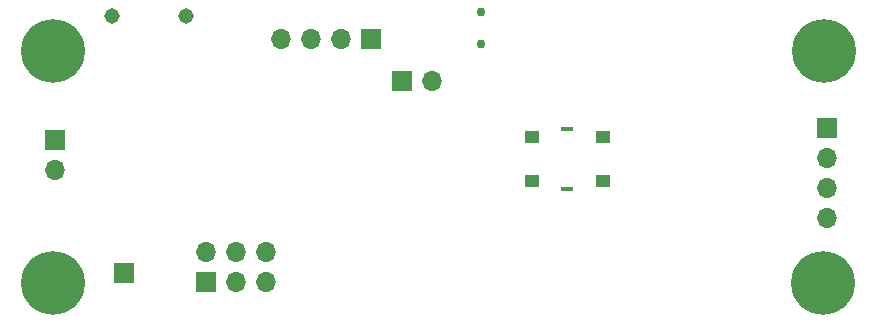
<source format=gbr>
%TF.GenerationSoftware,KiCad,Pcbnew,(5.1.9-0-10_14)*%
%TF.CreationDate,2022-07-10T13:30:40-04:00*%
%TF.ProjectId,raygun,72617967-756e-42e6-9b69-6361645f7063,rev?*%
%TF.SameCoordinates,Original*%
%TF.FileFunction,Soldermask,Bot*%
%TF.FilePolarity,Negative*%
%FSLAX46Y46*%
G04 Gerber Fmt 4.6, Leading zero omitted, Abs format (unit mm)*
G04 Created by KiCad (PCBNEW (5.1.9-0-10_14)) date 2022-07-10 13:30:40*
%MOMM*%
%LPD*%
G01*
G04 APERTURE LIST*
%ADD10C,0.750000*%
%ADD11R,1.700000X1.700000*%
%ADD12O,1.700000X1.700000*%
%ADD13C,1.308000*%
%ADD14R,1.000000X0.450000*%
%ADD15R,1.200000X1.100000*%
%ADD16R,1.200000X1.000000*%
%ADD17C,5.400000*%
G04 APERTURE END LIST*
D10*
%TO.C,SW1*%
X122100000Y-68725000D03*
X122100000Y-71475000D03*
%TD*%
D11*
%TO.C,ISP1*%
X98800000Y-91640000D03*
D12*
X98800000Y-89100000D03*
X101340000Y-91640000D03*
X101340000Y-89100000D03*
X103880000Y-91640000D03*
X103880000Y-89100000D03*
%TD*%
D13*
%TO.C,SW3*%
X90875000Y-69100000D03*
X97125000Y-69100000D03*
%TD*%
D14*
%TO.C,SW2*%
X129400000Y-78675000D03*
X129400000Y-83725000D03*
D15*
X132400000Y-79350000D03*
X132400000Y-83050000D03*
X126400000Y-83050000D03*
D16*
X126400000Y-79350000D03*
%TD*%
D12*
%TO.C,SWTCH1*%
X117940000Y-74600000D03*
D11*
X115400000Y-74600000D03*
%TD*%
D17*
%TO.C,REF\u002A\u002A*%
X151130000Y-72110600D03*
%TD*%
%TO.C,REF\u002A\u002A*%
X85877400Y-72110600D03*
%TD*%
%TO.C,REF\u002A\u002A*%
X85826600Y-91744800D03*
%TD*%
%TO.C,REF\u002A\u002A*%
X151079200Y-91744800D03*
%TD*%
D12*
%TO.C,OLED1*%
X105130600Y-71018400D03*
X107670600Y-71018400D03*
X110210600Y-71018400D03*
D11*
X112750600Y-71018400D03*
%TD*%
D12*
%TO.C,LED1*%
X151358600Y-86233000D03*
X151358600Y-83693000D03*
X151358600Y-81153000D03*
D11*
X151358600Y-78613000D03*
%TD*%
D12*
%TO.C,BAT1*%
X86029800Y-82118200D03*
D11*
X86029800Y-79578200D03*
%TD*%
%TO.C,3.3v1*%
X91821000Y-90906600D03*
%TD*%
M02*

</source>
